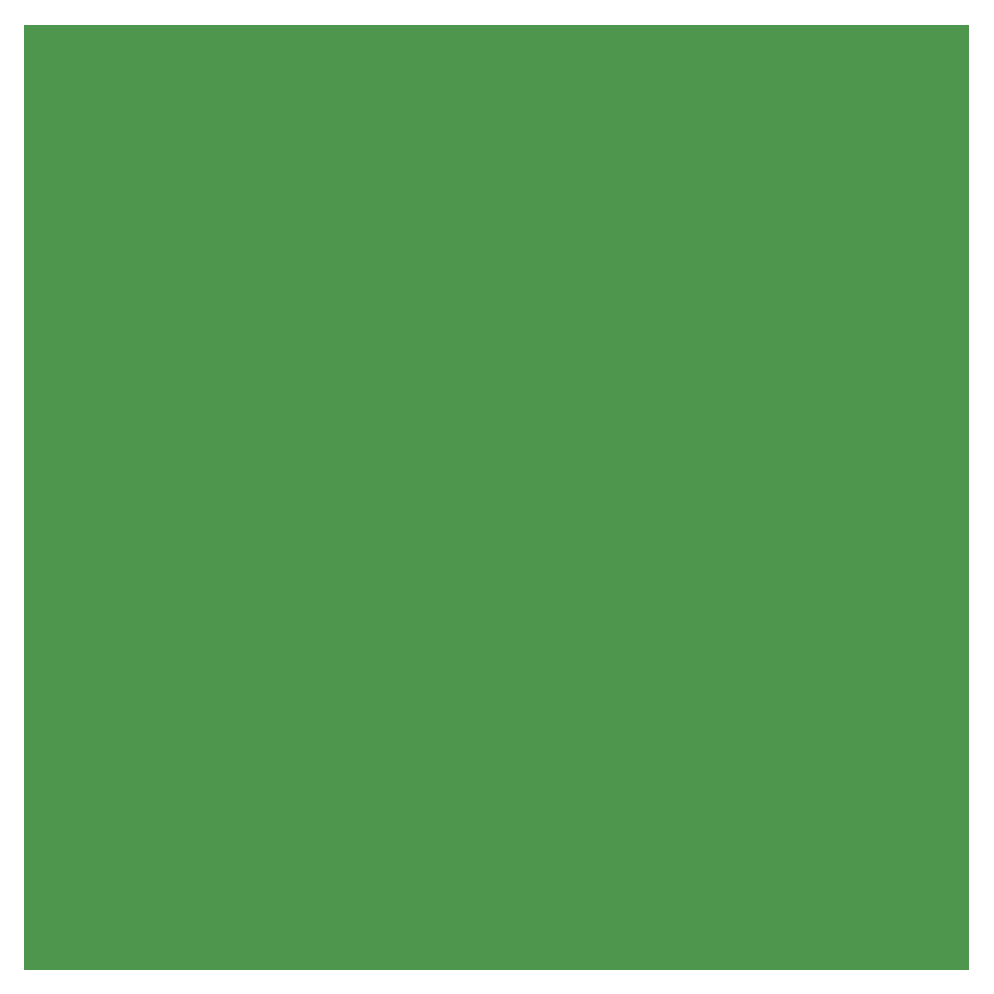
<source format=gbr>
G04 DipTrace 2.4.0.2*
%INBoard.gbr*%
%MOMM*%
%ADD11C,0.14*%
%FSLAX53Y53*%
G04*
G71*
G90*
G75*
G01*
%LNBoardPoly*%
%LPD*%
G36*
X0Y0D2*
D11*
X-80000D1*
Y80000D1*
X0D1*
Y0D1*
G37*
M02*

</source>
